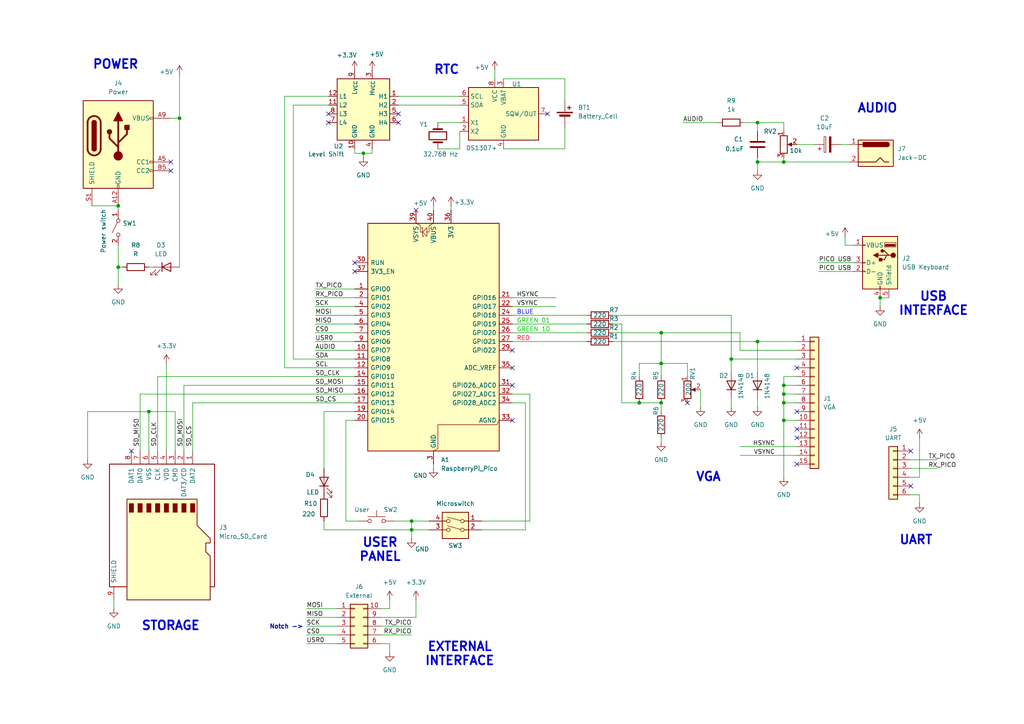
<source format=kicad_sch>
(kicad_sch (version 20250114) (generator "eeschema") (generator_version "9.0")
  (paper "A4")
  (lib_symbols
    (symbol "Connector:Jack-DC" (pin_names (offset 1.016))
      (property "Reference" "J" (at 0 5.334 0))
      (property "Value" "Jack-DC" (at 0 -5.08 0))
      (symbol "Jack-DC_1_1"
        (pin passive line (at 7.62 2.54 180) (length 2.54) (name "~") (number "1"))
        (pin passive line (at 7.62 -2.54 180) (length 2.54) (name "~") (number "2"))
      )
    )
    (symbol "Connector:Micro_SD_Card" (pin_names (offset 1.016))
      (property "Reference" "J" (at -16.51 15.24 0))
      (property "Value" "Micro_SD_Card" (at 16.51 15.24 0))
      (symbol "Micro_SD_Card_1_1"
        (pin bidirectional line (at -22.86 7.62 0) (length 3.81) (name "DAT2") (number "1"))
        (pin bidirectional line (at -22.86 5.08 0) (length 3.81) (name "DAT3/CD") (number "2"))
        (pin input line (at -22.86 2.54 0) (length 3.81) (name "CMD") (number "3"))
        (pin power_in line (at -22.86 0 0) (length 3.81) (name "VDD") (number "4"))
        (pin input line (at -22.86 -2.54 0) (length 3.81) (name "CLK") (number "5"))
        (pin power_in line (at -22.86 -5.08 0) (length 3.81) (name "VSS") (number "6"))
        (pin bidirectional line (at -22.86 -7.62 0) (length 3.81) (name "DAT0") (number "7"))
        (pin bidirectional line (at -22.86 -10.16 0) (length 3.81) (name "DAT1") (number "8"))
        (pin passive line (at 20.32 -15.24 180) (length 3.81) (name "SHIELD") (number "9"))
      )
    )
    (symbol "Connector:USB_A" (pin_names (offset 1.016))
      (property "Reference" "J" (at -5.08 11.43 0))
      (property "Value" "USB_A" (at -5.08 8.89 0))
      (symbol "USB_A_1_1"
        (pin passive line (at -2.54 -10.16 90) (length 2.54) (name "Shield") (number "5"))
        (pin power_in line (at 0 -10.16 90) (length 2.54) (name "GND") (number "4"))
        (pin power_in line (at 7.62 5.08 180) (length 2.54) (name "VBUS") (number "1"))
        (pin bidirectional line (at 7.62 0 180) (length 2.54) (name "D+") (number "3"))
        (pin bidirectional line (at 7.62 -2.54 180) (length 2.54) (name "D-") (number "2"))
      )
    )
    (symbol "Connector:USB_C_Receptacle_PowerOnly_6P" (pin_names (offset 1.016))
      (property "Reference" "J" (at 0 16.51 0))
      (property "Value" "USB_C_Receptacle_PowerOnly_6P" (at 0 13.97 0))
      (symbol "USB_C_Receptacle_PowerOnly_6P_1_1"
        (pin passive line (at -7.62 -17.78 90) (length 5.08) (name "SHIELD") (number "S1"))
        (pin passive line (at 0 -17.78 90) (length 5.08) (name "GND") (number "A12"))
        (pin passive line (at 0 -17.78 90) (length 5.08) (hide yes) (name "GND") (number "B12"))
        (pin passive line (at 15.24 7.62 180) (length 5.08) (name "VBUS") (number "A9"))
        (pin passive line (at 15.24 7.62 180) (length 5.08) (hide yes) (name "VBUS") (number "B9"))
        (pin bidirectional line (at 15.24 -5.08 180) (length 5.08) (name "CC1") (number "A5"))
        (pin bidirectional line (at 15.24 -7.62 180) (length 5.08) (name "CC2") (number "B5"))
      )
    )
    (symbol "Connector_Generic:Conn_01x06" (pin_names (offset 1.016) (hide yes))
      (property "Reference" "J" (at 0 7.62 0))
      (property "Value" "Conn_01x06" (at 0 -10.16 0))
      (symbol "Conn_01x06_1_1"
        (pin passive line (at -5.08 5.08 0) (length 3.81) (name "Pin_1") (number "1"))
        (pin passive line (at -5.08 2.54 0) (length 3.81) (name "Pin_2") (number "2"))
        (pin passive line (at -5.08 0 0) (length 3.81) (name "Pin_3") (number "3"))
        (pin passive line (at -5.08 -2.54 0) (length 3.81) (name "Pin_4") (number "4"))
        (pin passive line (at -5.08 -5.08 0) (length 3.81) (name "Pin_5") (number "5"))
        (pin passive line (at -5.08 -7.62 0) (length 3.81) (name "Pin_6") (number "6"))
      )
    )
    (symbol "Connector_Generic:Conn_01x15" (pin_names (offset 1.016) (hide yes))
      (property "Reference" "J" (at 0 20.32 0))
      (property "Value" "Conn_01x15" (at 0 -20.32 0))
      (symbol "Conn_01x15_1_1"
        (pin passive line (at -5.08 17.78 0) (length 3.81) (name "Pin_1") (number "1"))
        (pin passive line (at -5.08 15.24 0) (length 3.81) (name "Pin_2") (number "2"))
        (pin passive line (at -5.08 12.7 0) (length 3.81) (name "Pin_3") (number "3"))
        (pin passive line (at -5.08 10.16 0) (length 3.81) (name "Pin_4") (number "4"))
        (pin passive line (at -5.08 7.62 0) (length 3.81) (name "Pin_5") (number "5"))
        (pin passive line (at -5.08 5.08 0) (length 3.81) (name "Pin_6") (number "6"))
        (pin passive line (at -5.08 2.54 0) (length 3.81) (name "Pin_7") (number "7"))
        (pin passive line (at -5.08 0 0) (length 3.81) (name "Pin_8") (number "8"))
        (pin passive line (at -5.08 -2.54 0) (length 3.81) (name "Pin_9") (number "9"))
        (pin passive line (at -5.08 -5.08 0) (length 3.81) (name "Pin_10") (number "10"))
        (pin passive line (at -5.08 -7.62 0) (length 3.81) (name "Pin_11") (number "11"))
        (pin passive line (at -5.08 -10.16 0) (length 3.81) (name "Pin_12") (number "12"))
        (pin passive line (at -5.08 -12.7 0) (length 3.81) (name "Pin_13") (number "13"))
        (pin passive line (at -5.08 -15.24 0) (length 3.81) (name "Pin_14") (number "14"))
        (pin passive line (at -5.08 -17.78 0) (length 3.81) (name "Pin_15") (number "15"))
      )
    )
    (symbol "Connector_Generic:Conn_02x05_Counter_Clockwise" (pin_names (offset 1.016) (hide yes))
      (property "Reference" "J" (at 1.27 7.62 0))
      (property "Value" "Conn_02x05_Counter_Clockwise" (at 1.27 -7.62 0))
      (symbol "Conn_02x05_Counter_Clockwise_1_1"
        (pin passive line (at -5.08 5.08 0) (length 3.81) (name "Pin_1") (number "1"))
        (pin passive line (at -5.08 2.54 0) (length 3.81) (name "Pin_2") (number "2"))
        (pin passive line (at -5.08 0 0) (length 3.81) (name "Pin_3") (number "3"))
        (pin passive line (at -5.08 -2.54 0) (length 3.81) (name "Pin_4") (number "4"))
        (pin passive line (at -5.08 -5.08 0) (length 3.81) (name "Pin_5") (number "5"))
        (pin passive line (at 7.62 5.08 180) (length 3.81) (name "Pin_10") (number "10"))
        (pin passive line (at 7.62 2.54 180) (length 3.81) (name "Pin_9") (number "9"))
        (pin passive line (at 7.62 0 180) (length 3.81) (name "Pin_8") (number "8"))
        (pin passive line (at 7.62 -2.54 180) (length 3.81) (name "Pin_7") (number "7"))
        (pin passive line (at 7.62 -5.08 180) (length 3.81) (name "Pin_6") (number "6"))
      )
    )
    (symbol "Device:Battery_Cell" (pin_numbers (hide yes)) (pin_names (offset 0) (hide yes))
      (property "Reference" "BT" (at 2.54 2.54 0))
      (property "Value" "Battery_Cell" (at 2.54 0 0))
      (symbol "Battery_Cell_1_1"
        (pin passive line (at 0 5.08 270) (length 2.54) (name "+") (number "1"))
        (pin passive line (at 0 -2.54 90) (length 2.54) (name "-") (number "2"))
      )
    )
    (symbol "Device:C" (pin_numbers (hide yes)) (pin_names (offset 0.254))
      (property "Reference" "C" (at 0.635 2.54 0))
      (property "Value" "C" (at 0.635 -2.54 0))
      (symbol "C_1_1"
        (pin passive line (at 0 3.81 270) (length 2.794) (name "~") (number "1"))
        (pin passive line (at 0 -3.81 90) (length 2.794) (name "~") (number "2"))
      )
    )
    (symbol "Device:C_Polarized" (pin_numbers (hide yes)) (pin_names (offset 0.254))
      (property "Reference" "C" (at 0.635 2.54 0))
      (property "Value" "C_Polarized" (at 0.635 -2.54 0))
      (symbol "C_Polarized_1_1"
        (pin passive line (at 0 3.81 270) (length 2.794) (name "~") (number "1"))
        (pin passive line (at 0 -3.81 90) (length 2.794) (name "~") (number "2"))
      )
    )
    (symbol "Device:Crystal" (pin_numbers (hide yes)) (pin_names (offset 1.016) (hide yes))
      (property "Reference" "Y" (at 0 3.81 0))
      (property "Value" "Crystal" (at 0 -3.81 0))
      (symbol "Crystal_1_1"
        (pin passive line (at -3.81 0 0) (length 1.27) (name "1") (number "1"))
        (pin passive line (at 3.81 0 180) (length 1.27) (name "2") (number "2"))
      )
    )
    (symbol "Device:LED" (pin_numbers (hide yes)) (pin_names (offset 1.016) (hide yes))
      (property "Reference" "D" (at 0 2.54 0))
      (property "Value" "LED" (at 0 -2.54 0))
      (symbol "LED_1_1"
        (pin passive line (at -3.81 0 0) (length 2.54) (name "K") (number "1"))
        (pin passive line (at 3.81 0 180) (length 2.54) (name "A") (number "2"))
      )
    )
    (symbol "Device:R" (pin_numbers (hide yes)) (pin_names (offset 0))
      (property "Reference" "R" (at 2.032 0 90))
      (property "Value" "R" (at 0 0 90))
      (symbol "R_1_1"
        (pin passive line (at 0 3.81 270) (length 1.27) (name "~") (number "1"))
        (pin passive line (at 0 -3.81 90) (length 1.27) (name "~") (number "2"))
      )
    )
    (symbol "Device:R_Potentiometer" (pin_names (offset 1.016) (hide yes))
      (property "Reference" "RV" (at -4.445 0 90))
      (property "Value" "R_Potentiometer" (at -2.54 0 90))
      (symbol "R_Potentiometer_1_1"
        (pin passive line (at 0 3.81 270) (length 1.27) (name "1") (number "1"))
        (pin passive line (at 0 -3.81 90) (length 1.27) (name "3") (number "3"))
        (pin passive line (at 3.81 0 180) (length 1.27) (name "2") (number "2"))
      )
    )
    (symbol "Diode:1N4148" (pin_numbers (hide yes)) (pin_names (hide yes))
      (property "Reference" "D" (at 0 2.54 0))
      (property "Value" "1N4148" (at 0 -2.54 0))
      (symbol "1N4148_1_1"
        (pin passive line (at -3.81 0 0) (length 2.54) (name "K") (number "1"))
        (pin passive line (at 3.81 0 180) (length 2.54) (name "A") (number "2"))
      )
    )
    (symbol "Logic_LevelTranslator:TXS0104ED"
      (property "Reference" "U2" (at 2.1433 -12.7 0))
      (property "Value" "Level Shift" (at 2.1433 -15.24 0))
      (symbol "TXS0104ED_1_0"
        (pin no_connect line (at -7.62 -7.62 0) (length 2.54) (hide yes) (name "NC") (number "6"))
        (pin no_connect line (at 7.62 -7.62 180) (length 2.54) (hide yes) (name "NC") (number "9"))
      )
      (symbol "TXS0104ED_1_1"
        (pin bidirectional line (at -10.16 2.54 0) (length 2.54) (name "H1") (number "1"))
        (pin bidirectional line (at -10.16 0 0) (length 2.54) (name "H2") (number "2"))
        (pin bidirectional line (at -10.16 -2.54 0) (length 2.54) (name "H3") (number "5"))
        (pin bidirectional line (at -10.16 -5.08 0) (length 2.54) (name "H4") (number "6"))
        (pin power_in line (at -2.54 10.16 270) (length 2.54) (name "H_{VCC}") (number "3"))
        (pin power_in line (at -2.54 -12.7 90) (length 2.54) (name "GND") (number "4"))
        (pin power_in line (at 2.54 10.16 270) (length 2.54) (name "L_{VCC}") (number "9"))
        (pin power_in line (at 2.54 -12.7 90) (length 2.54) (name "GND") (number "10"))
        (pin bidirectional line (at 10.16 2.54 180) (length 2.54) (name "L1") (number "12"))
        (pin bidirectional line (at 10.16 0 180) (length 2.54) (name "L2") (number "11"))
        (pin bidirectional line (at 10.16 -2.54 180) (length 2.54) (name "L3") (number "8"))
        (pin bidirectional line (at 10.16 -5.08 180) (length 2.54) (name "L4") (number "7"))
      )
    )
    (symbol "MCU_Module:RaspberryPi_Pico" (pin_names (offset 0.762))
      (property "Reference" "A" (at -19.05 35.56 0))
      (property "Value" "RaspberryPi_Pico" (at 7.62 35.56 0))
      (symbol "RaspberryPi_Pico_1_1"
        (pin passive line (at -22.86 22.86 0) (length 3.81) (name "RUN") (number "30"))
        (pin passive line (at -22.86 20.32 0) (length 3.81) (name "3V3_EN") (number "37"))
        (pin bidirectional line (at -22.86 15.24 0) (length 3.81) (name "GPIO0") (number "1"))
        (pin bidirectional line (at -22.86 12.7 0) (length 3.81) (name "GPIO1") (number "2"))
        (pin bidirectional line (at -22.86 10.16 0) (length 3.81) (name "GPIO2") (number "4"))
        (pin bidirectional line (at -22.86 7.62 0) (length 3.81) (name "GPIO3") (number "5"))
        (pin bidirectional line (at -22.86 5.08 0) (length 3.81) (name "GPIO4") (number "6"))
        (pin bidirectional line (at -22.86 2.54 0) (length 3.81) (name "GPIO5") (number "7"))
        (pin bidirectional line (at -22.86 0 0) (length 3.81) (name "GPIO6") (number "9"))
        (pin bidirectional line (at -22.86 -2.54 0) (length 3.81) (name "GPIO7") (number "10"))
        (pin bidirectional line (at -22.86 -5.08 0) (length 3.81) (name "GPIO8") (number "11"))
        (pin bidirectional line (at -22.86 -7.62 0) (length 3.81) (name "GPIO9") (number "12"))
        (pin bidirectional line (at -22.86 -10.16 0) (length 3.81) (name "GPIO10") (number "14"))
        (pin bidirectional line (at -22.86 -12.7 0) (length 3.81) (name "GPIO11") (number "15"))
        (pin bidirectional line (at -22.86 -15.24 0) (length 3.81) (name "GPIO12") (number "16"))
        (pin bidirectional line (at -22.86 -17.78 0) (length 3.81) (name "GPIO13") (number "17"))
        (pin bidirectional line (at -22.86 -20.32 0) (length 3.81) (name "GPIO14") (number "19"))
        (pin bidirectional line (at -22.86 -22.86 0) (length 3.81) (name "GPIO15") (number "20"))
        (pin power_in line (at -5.08 38.1 270) (length 3.81) (name "VSYS") (number "39"))
        (pin power_out line (at 0 38.1 270) (length 3.81) (name "VBUS") (number "40"))
        (pin passive line (at 0 -35.56 90) (length 3.81) (hide yes) (name "GND") (number "13"))
        (pin passive line (at 0 -35.56 90) (length 3.81) (hide yes) (name "GND") (number "18"))
        (pin passive line (at 0 -35.56 90) (length 3.81) (hide yes) (name "GND") (number "23"))
        (pin passive line (at 0 -35.56 90) (length 3.81) (hide yes) (name "GND") (number "28"))
        (pin power_out line (at 0 -35.56 90) (length 3.81) (name "GND") (number "3"))
        (pin passive line (at 0 -35.56 90) (length 3.81) (hide yes) (name "GND") (number "38"))
        (pin passive line (at 0 -35.56 90) (length 3.81) (hide yes) (name "GND") (number "8"))
        (pin power_out line (at 5.08 38.1 270) (length 3.81) (name "3V3") (number "36"))
        (pin bidirectional line (at 22.86 12.7 180) (length 3.81) (name "GPIO16") (number "21"))
        (pin bidirectional line (at 22.86 10.16 180) (length 3.81) (name "GPIO17") (number "22"))
        (pin bidirectional line (at 22.86 7.62 180) (length 3.81) (name "GPIO18") (number "24"))
        (pin bidirectional line (at 22.86 5.08 180) (length 3.81) (name "GPIO19") (number "25"))
        (pin bidirectional line (at 22.86 2.54 180) (length 3.81) (name "GPIO20") (number "26"))
        (pin bidirectional line (at 22.86 0 180) (length 3.81) (name "GPIO21") (number "27"))
        (pin bidirectional line (at 22.86 -2.54 180) (length 3.81) (name "GPIO22") (number "29"))
        (pin power_in line (at 22.86 -7.62 180) (length 3.81) (name "ADC_VREF") (number "35"))
        (pin bidirectional line (at 22.86 -12.7 180) (length 3.81) (name "GPIO26_ADC0") (number "31"))
        (pin bidirectional line (at 22.86 -15.24 180) (length 3.81) (name "GPIO27_ADC1") (number "32"))
        (pin bidirectional line (at 22.86 -17.78 180) (length 3.81) (name "GPIO28_ADC2") (number "34"))
        (pin power_out line (at 22.86 -22.86 180) (length 3.81) (name "AGND") (number "33"))
      )
    )
    (symbol "Switch:SW_DIP_x02" (pin_names (offset 0) (hide yes))
      (property "Reference" "SW" (at 0 6.35 0))
      (property "Value" "SW_DIP_x02" (at 0 -3.81 0))
      (symbol "SW_DIP_x02_1_1"
        (pin passive line (at -7.62 2.54 0) (length 5.08) (name "~") (number "1"))
        (pin passive line (at -7.62 0 0) (length 5.08) (name "~") (number "2"))
        (pin passive line (at 7.62 2.54 180) (length 5.08) (name "~") (number "4"))
        (pin passive line (at 7.62 0 180) (length 5.08) (name "~") (number "3"))
      )
    )
    (symbol "Switch:SW_Push" (pin_numbers (hide yes)) (pin_names (offset 1.016) (hide yes))
      (property "Reference" "SW" (at 1.27 2.54 0))
      (property "Value" "SW_Push" (at 0 -1.524 0))
      (symbol "SW_Push_0_1"
        (pin passive line (at -5.08 0 0) (length 2.54) (name "1") (number "1"))
        (pin passive line (at 5.08 0 180) (length 2.54) (name "2") (number "2"))
      )
    )
    (symbol "Switch:SW_SPST" (pin_names (offset 0) (hide yes))
      (property "Reference" "SW" (at 0 3.175 0))
      (property "Value" "SW_SPST" (at 0 -2.54 0))
      (symbol "SW_SPST_1_1"
        (pin passive line (at -5.08 0 0) (length 2.54) (name "A") (number "1"))
        (pin passive line (at 5.08 0 180) (length 2.54) (name "B") (number "2"))
      )
    )
    (symbol "Timer_RTC:DS1307+"
      (property "Reference" "U" (at -8.89 8.89 0))
      (property "Value" "DS1307+" (at 1.27 8.89 0))
      (symbol "DS1307+_1_1"
        (pin input line (at -12.7 5.08 0) (length 2.54) (name "SCL") (number "6"))
        (pin bidirectional line (at -12.7 2.54 0) (length 2.54) (name "SDA") (number "5"))
        (pin input line (at -12.7 -2.54 0) (length 2.54) (name "X1") (number "1"))
        (pin input line (at -12.7 -5.08 0) (length 2.54) (name "X2") (number "2"))
        (pin power_in line (at -2.54 10.16 270) (length 2.54) (name "VCC") (number "8"))
        (pin power_in line (at 0 10.16 270) (length 2.54) (name "VBAT") (number "3"))
        (pin power_in line (at 0 -10.16 90) (length 2.54) (name "GND") (number "4"))
        (pin open_collector line (at 12.7 0 180) (length 2.54) (name "SQW/OUT") (number "7"))
      )
    )
    (symbol "power:+3.3V" (power) (pin_numbers (hide yes)) (pin_names (offset 0) (hide yes))
      (property "Value" "+3.3V" (at 0 3.556 0))
      (symbol "+3.3V_1_1"
        (pin power_in line (at 0 0 90) (length 0) (name "~") (number "1"))
      )
    )
    (symbol "power:+5V" (power) (pin_numbers (hide yes)) (pin_names (offset 0) (hide yes))
      (property "Value" "+5V" (at 0 3.556 0))
      (symbol "+5V_1_1"
        (pin power_in line (at 0 0 90) (length 0) (name "~") (number "1"))
      )
    )
    (symbol "power:GND" (power) (pin_numbers (hide yes)) (pin_names (offset 0) (hide yes))
      (property "Value" "GND" (at 0 -3.81 0))
      (symbol "GND_1_1"
        (pin power_in line (at 0 0 270) (length 0) (name "~") (number "1"))
      )
    )
  )
  (text "UART" (at 265.684 156.718 0) (effects (font (size 2.54 2.54) (thickness 0.508) (bold yes))))
  (text "USB\nINTERFACE" (at 270.764 88.138 0) (effects (font (size 2.54 2.54) (thickness 0.508) (bold yes))))
  (text "STORAGE" (at 49.53 181.61 0) (effects (font (size 2.54 2.54) (thickness 0.508) (bold yes))))
  (text "VGA" (at 205.486 138.43 0) (effects (font (size 2.54 2.54) (thickness 0.508) (bold yes))))
  (text "POWER" (at 33.528 18.796 0) (effects (font (size 2.54 2.54) (thickness 0.508) (bold yes))))
  (text "EXTERNAL\nINTERFACE" (at 133.35 189.738 0) (effects (font (size 2.54 2.54) (thickness 0.508) (bold yes))))
  (text "AUDIO" (at 254.508 31.496 0) (effects (font (size 2.54 2.54) (thickness 0.508) (bold yes))))
  (text "USER\nPANEL" (at 110.236 159.512 0) (effects (font (size 2.54 2.54) (thickness 0.508) (bold yes))))
  (text "Notch ->" (at 83.058 181.864 0) (effects (font (size 1.27 1.27) (thickness 0.254) (bold yes))))
  (text "RTC" (at 129.54 20.32 0) (effects (font (size 2.54 2.54) (thickness 0.508) (bold yes))))
  (junction (at 119.38 153.67))
  (junction (at 185.42 116.84))
  (junction (at 227.33 121.92))
  (junction (at 227.33 114.3))
  (junction (at 43.18 119.38))
  (junction (at 227.33 46.99))
  (junction (at 52.07 34.29))
  (junction (at 227.33 116.84))
  (junction (at 212.09 104.14))
  (junction (at 191.77 105.41))
  (junction (at 227.33 111.76))
  (junction (at 105.41 44.45))
  (junction (at 34.29 59.69))
  (junction (at 219.71 99.06))
  (junction (at 191.77 96.52))
  (junction (at 255.27 86.36))
  (junction (at 34.29 77.47))
  (junction (at 191.77 116.84))
  (junction (at 219.71 46.99))
  (junction (at 119.38 151.13))
  (junction (at 219.71 35.56))
  (no_connect (at 120.65 60.96))
  (no_connect (at 148.59 101.6))
  (no_connect (at 231.14 134.62))
  (no_connect (at 148.59 121.92))
  (no_connect (at 102.87 76.2))
  (no_connect (at 264.16 130.81))
  (no_connect (at 38.1 130.81))
  (no_connect (at 231.14 127))
  (no_connect (at 115.57 33.02))
  (no_connect (at 264.16 140.97))
  (no_connect (at 199.39 116.84))
  (no_connect (at 231.14 106.68))
  (no_connect (at 231.14 119.38))
  (no_connect (at 95.25 35.56))
  (no_connect (at 148.59 106.68))
  (no_connect (at 148.59 111.76))
  (no_connect (at 231.14 124.46))
  (no_connect (at 49.53 46.99))
  (no_connect (at 49.53 49.53))
  (no_connect (at 102.87 78.74))
  (no_connect (at 95.25 33.02))
  (no_connect (at 158.75 33.02))
  (no_connect (at 115.57 35.56))
  (wire (pts (xy 120.65 173.99) (xy 120.65 179.07)))
  (wire (pts (xy 191.77 105.41) (xy 191.77 109.22)))
  (wire (pts (xy 120.65 179.07) (xy 110.49 179.07)))
  (wire (pts (xy 102.87 111.76) (xy 53.34 111.76)))
  (wire (pts (xy 177.8 91.44) (xy 212.09 91.44)))
  (wire (pts (xy 191.77 116.84) (xy 191.77 119.38)))
  (wire (pts (xy 191.77 127) (xy 191.77 128.27)))
  (wire (pts (xy 34.29 77.47) (xy 34.29 82.55)))
  (wire (pts (xy 152.4 116.84) (xy 152.4 153.67)))
  (wire (pts (xy 237.49 76.2) (xy 247.65 76.2)))
  (wire (pts (xy 143.51 20.32) (xy 143.51 22.86)))
  (wire (pts (xy 102.87 106.68) (xy 82.55 106.68)))
  (wire (pts (xy 33.02 173.99) (xy 33.02 176.53)))
  (wire (pts (xy 48.26 105.41) (xy 48.26 130.81)))
  (wire (pts (xy 191.77 96.52) (xy 214.63 96.52)))
  (wire (pts (xy 219.71 115.57) (xy 219.71 118.11)))
  (wire (pts (xy 148.59 86.36) (xy 161.29 86.36)))
  (wire (pts (xy 105.41 44.45) (xy 107.95 44.45)))
  (wire (pts (xy 52.07 34.29) (xy 49.53 34.29)))
  (wire (pts (xy 119.38 153.67) (xy 119.38 156.21)))
  (wire (pts (xy 91.44 91.44) (xy 102.87 91.44)))
  (wire (pts (xy 91.44 83.82) (xy 102.87 83.82)))
  (wire (pts (xy 133.35 38.1) (xy 133.35 43.18)))
  (wire (pts (xy 245.11 68.58) (xy 245.11 71.12)))
  (wire (pts (xy 219.71 46.99) (xy 219.71 49.53)))
  (wire (pts (xy 113.03 176.53) (xy 110.49 176.53)))
  (wire (pts (xy 91.44 101.6) (xy 102.87 101.6)))
  (wire (pts (xy 91.44 88.9) (xy 102.87 88.9)))
  (wire (pts (xy 88.9 179.07) (xy 97.79 179.07)))
  (wire (pts (xy 100.33 121.92) (xy 102.87 121.92)))
  (wire (pts (xy 93.98 119.38) (xy 102.87 119.38)))
  (wire (pts (xy 146.05 22.86) (xy 163.83 22.86)))
  (wire (pts (xy 114.3 151.13) (xy 119.38 151.13)))
  (wire (pts (xy 88.9 176.53) (xy 97.79 176.53)))
  (wire (pts (xy 146.05 43.18) (xy 163.83 43.18)))
  (wire (pts (xy 40.64 114.3) (xy 40.64 130.81)))
  (wire (pts (xy 219.71 99.06) (xy 219.71 107.95)))
  (wire (pts (xy 107.95 44.45) (xy 107.95 43.18)))
  (wire (pts (xy 85.09 30.48) (xy 95.25 30.48)))
  (wire (pts (xy 91.44 96.52) (xy 102.87 96.52)))
  (wire (pts (xy 153.67 114.3) (xy 153.67 151.13)))
  (wire (pts (xy 115.57 27.94) (xy 133.35 27.94)))
  (wire (pts (xy 52.07 21.59) (xy 52.07 34.29)))
  (wire (pts (xy 177.8 99.06) (xy 219.71 99.06)))
  (wire (pts (xy 148.59 116.84) (xy 152.4 116.84)))
  (wire (pts (xy 227.33 116.84) (xy 227.33 121.92)))
  (wire (pts (xy 255.27 86.36) (xy 255.27 88.9)))
  (wire (pts (xy 115.57 30.48) (xy 133.35 30.48)))
  (wire (pts (xy 180.34 116.84) (xy 185.42 116.84)))
  (wire (pts (xy 148.59 99.06) (xy 170.18 99.06)))
  (wire (pts (xy 214.63 101.6) (xy 231.14 101.6)))
  (wire (pts (xy 212.09 91.44) (xy 212.09 104.14)))
  (wire (pts (xy 219.71 45.72) (xy 219.71 46.99)))
  (wire (pts (xy 227.33 116.84) (xy 231.14 116.84)))
  (wire (pts (xy 227.33 45.72) (xy 227.33 46.99)))
  (wire (pts (xy 119.38 153.67) (xy 124.46 153.67)))
  (wire (pts (xy 105.41 45.72) (xy 105.41 44.45)))
  (wire (pts (xy 113.03 189.23) (xy 113.03 186.69)))
  (wire (pts (xy 177.8 93.98) (xy 180.34 93.98)))
  (wire (pts (xy 43.18 119.38) (xy 25.4 119.38)))
  (wire (pts (xy 91.44 86.36) (xy 102.87 86.36)))
  (wire (pts (xy 227.33 109.22) (xy 227.33 111.76)))
  (wire (pts (xy 100.33 121.92) (xy 100.33 151.13)))
  (wire (pts (xy 153.67 151.13) (xy 139.7 151.13)))
  (wire (pts (xy 43.18 77.47) (xy 44.45 77.47)))
  (wire (pts (xy 93.98 153.67) (xy 119.38 153.67)))
  (wire (pts (xy 191.77 96.52) (xy 191.77 105.41)))
  (wire (pts (xy 212.09 104.14) (xy 212.09 107.95)))
  (wire (pts (xy 82.55 106.68) (xy 82.55 27.94)))
  (wire (pts (xy 88.9 181.61) (xy 97.79 181.61)))
  (wire (pts (xy 100.33 151.13) (xy 104.14 151.13)))
  (wire (pts (xy 113.03 173.99) (xy 113.03 176.53)))
  (wire (pts (xy 91.44 99.06) (xy 102.87 99.06)))
  (wire (pts (xy 266.7 127) (xy 266.7 138.43)))
  (wire (pts (xy 119.38 151.13) (xy 124.46 151.13)))
  (wire (pts (xy 148.59 96.52) (xy 170.18 96.52)))
  (wire (pts (xy 185.42 116.84) (xy 191.77 116.84)))
  (wire (pts (xy 227.33 121.92) (xy 227.33 138.43)))
  (wire (pts (xy 113.03 186.69) (xy 110.49 186.69)))
  (wire (pts (xy 119.38 181.61) (xy 110.49 181.61)))
  (wire (pts (xy 102.87 109.22) (xy 45.72 109.22)))
  (wire (pts (xy 219.71 99.06) (xy 231.14 99.06)))
  (wire (pts (xy 243.84 41.91) (xy 246.38 41.91)))
  (wire (pts (xy 91.44 93.98) (xy 102.87 93.98)))
  (wire (pts (xy 50.8 130.81) (xy 50.8 119.38)))
  (wire (pts (xy 227.33 46.99) (xy 246.38 46.99)))
  (wire (pts (xy 266.7 146.05) (xy 266.7 143.51)))
  (wire (pts (xy 82.55 27.94) (xy 95.25 27.94)))
  (wire (pts (xy 245.11 71.12) (xy 247.65 71.12)))
  (wire (pts (xy 45.72 109.22) (xy 45.72 130.81)))
  (wire (pts (xy 52.07 34.29) (xy 52.07 77.47)))
  (wire (pts (xy 85.09 104.14) (xy 85.09 30.48)))
  (wire (pts (xy 227.33 35.56) (xy 227.33 38.1)))
  (wire (pts (xy 185.42 105.41) (xy 185.42 109.22)))
  (wire (pts (xy 125.73 59.69) (xy 125.73 60.96)))
  (wire (pts (xy 227.33 111.76) (xy 231.14 111.76)))
  (wire (pts (xy 88.9 186.69) (xy 97.79 186.69)))
  (wire (pts (xy 102.87 116.84) (xy 55.88 116.84)))
  (wire (pts (xy 219.71 35.56) (xy 227.33 35.56)))
  (wire (pts (xy 266.7 143.51) (xy 264.16 143.51)))
  (wire (pts (xy 102.87 104.14) (xy 85.09 104.14)))
  (wire (pts (xy 219.71 46.99) (xy 227.33 46.99)))
  (wire (pts (xy 177.8 96.52) (xy 191.77 96.52)))
  (wire (pts (xy 214.63 132.08) (xy 231.14 132.08)))
  (wire (pts (xy 231.14 109.22) (xy 227.33 109.22)))
  (wire (pts (xy 231.14 41.91) (xy 236.22 41.91)))
  (wire (pts (xy 102.87 44.45) (xy 102.87 43.18)))
  (wire (pts (xy 148.59 88.9) (xy 161.29 88.9)))
  (wire (pts (xy 148.59 93.98) (xy 170.18 93.98)))
  (wire (pts (xy 148.59 91.44) (xy 170.18 91.44)))
  (wire (pts (xy 180.34 93.98) (xy 180.34 116.84)))
  (wire (pts (xy 119.38 151.13) (xy 119.38 153.67)))
  (wire (pts (xy 185.42 105.41) (xy 191.77 105.41)))
  (wire (pts (xy 212.09 115.57) (xy 212.09 118.11)))
  (wire (pts (xy 219.71 35.56) (xy 219.71 38.1)))
  (wire (pts (xy 133.35 43.18) (xy 127 43.18)))
  (wire (pts (xy 88.9 184.15) (xy 97.79 184.15)))
  (wire (pts (xy 212.09 104.14) (xy 231.14 104.14)))
  (wire (pts (xy 102.87 114.3) (xy 40.64 114.3)))
  (wire (pts (xy 130.81 59.69) (xy 130.81 60.96)))
  (wire (pts (xy 25.4 119.38) (xy 25.4 133.35)))
  (wire (pts (xy 163.83 22.86) (xy 163.83 29.21)))
  (wire (pts (xy 203.2 118.11) (xy 203.2 113.03)))
  (wire (pts (xy 152.4 153.67) (xy 139.7 153.67)))
  (wire (pts (xy 125.73 134.62) (xy 125.73 135.89)))
  (wire (pts (xy 93.98 151.13) (xy 93.98 153.67)))
  (wire (pts (xy 105.41 44.45) (xy 102.87 44.45)))
  (wire (pts (xy 55.88 116.84) (xy 55.88 130.81)))
  (wire (pts (xy 43.18 130.81) (xy 43.18 119.38)))
  (wire (pts (xy 198.12 35.56) (xy 208.28 35.56)))
  (wire (pts (xy 34.29 59.69) (xy 34.29 60.96)))
  (wire (pts (xy 227.33 114.3) (xy 227.33 116.84)))
  (wire (pts (xy 264.16 133.35) (xy 271.78 133.35)))
  (wire (pts (xy 227.33 121.92) (xy 231.14 121.92)))
  (wire (pts (xy 50.8 119.38) (xy 43.18 119.38)))
  (wire (pts (xy 237.49 78.74) (xy 247.65 78.74)))
  (wire (pts (xy 264.16 135.89) (xy 271.78 135.89)))
  (wire (pts (xy 127 35.56) (xy 133.35 35.56)))
  (wire (pts (xy 191.77 105.41) (xy 199.39 105.41)))
  (wire (pts (xy 163.83 43.18) (xy 163.83 36.83)))
  (wire (pts (xy 119.38 184.15) (xy 110.49 184.15)))
  (wire (pts (xy 53.34 111.76) (xy 53.34 130.81)))
  (wire (pts (xy 26.67 59.69) (xy 34.29 59.69)))
  (wire (pts (xy 227.33 111.76) (xy 227.33 114.3)))
  (wire (pts (xy 255.27 86.36) (xy 257.81 86.36)))
  (wire (pts (xy 214.63 96.52) (xy 214.63 101.6)))
  (wire (pts (xy 148.59 114.3) (xy 153.67 114.3)))
  (wire (pts (xy 34.29 71.12) (xy 34.29 77.47)))
  (wire (pts (xy 214.63 129.54) (xy 231.14 129.54)))
  (wire (pts (xy 199.39 105.41) (xy 199.39 109.22)))
  (wire (pts (xy 266.7 138.43) (xy 264.16 138.43)))
  (wire (pts (xy 215.9 35.56) (xy 219.71 35.56)))
  (wire (pts (xy 227.33 114.3) (xy 231.14 114.3)))
  (wire (pts (xy 34.29 77.47) (xy 35.56 77.47)))
  (wire (pts (xy 93.98 135.89) (xy 93.98 119.38)))
  (label "SD_CS" (at 55.88 129.54 90))
  (label "SD_MISO" (at 40.64 129.54 90))
  (label "PICO USB" (at 237.49 78.74 0))
  (label "RX_PICO" (at 269.24 135.89 0))
  (label "SD_CLK" (at 91.44 109.22 0))
  (label "SD_MOSI" (at 91.44 111.76 0))
  (label "USR0" (at 91.44 99.06 0))
  (label "MISO" (at 91.44 93.98 0))
  (label "HSYNC" (at 149.86 86.36 0))
  (label "RX_PICO" (at 119.38 184.15 180))
  (label "TX_PICO" (at 91.44 83.82 0))
  (label "TX_PICO" (at 269.24 133.35 0))
  (label "SD_CLK" (at 45.72 129.54 90))
  (label "BLUE" (at 149.86 91.44 0))
  (label "MISO" (at 88.9 179.07 0))
  (label "SD_MISO" (at 91.44 114.3 0))
  (label "SCK" (at 91.44 88.9 0))
  (label "GREEN 10" (at 149.86 96.52 0))
  (label "MOSI" (at 91.44 91.44 0))
  (label "GREEN 01" (at 149.86 93.98 0))
  (label "USR0" (at 88.9 186.69 0))
  (label "SD_CS" (at 91.44 116.84 0))
  (label "SCK" (at 88.9 181.61 0))
  (label "RED" (at 149.86 99.06 0))
  (label "CS0" (at 91.44 96.52 0))
  (label "VSYNC" (at 149.86 88.9 0))
  (label "SD_MOSI" (at 53.34 129.54 90))
  (label "HSYNC" (at 224.79 129.54 180))
  (label "VSYNC" (at 224.79 132.08 180))
  (label "TX_PICO" (at 119.38 181.61 180))
  (label "PICO USB" (at 237.49 76.2 0))
  (label "CS0" (at 88.9 184.15 0))
  (label "RX_PICO" (at 91.44 86.36 0))
  (label "AUDIO" (at 198.12 35.56 0))
  (label "AUDIO" (at 91.44 101.6 0))
  (label "SCL" (at 91.44 106.68 0))
  (label "SDA" (at 91.44 104.14 0))
  (label "MOSI" (at 88.9 176.53 0))
  (symbol (lib_id "Device:LED") (at 48.26 77.47 0) (unit 1)
    (property "Reference" "D3" (at 46.6725 71.12 0))
    (property "Value" "LED" (at 46.6725 73.66 0))
    (property "Description" "Light emitting diode" (effects (hide yes)))
    (property "Sim.Pins" "1=K 2=A" (effects (hide yes)))
  )
  (symbol (lib_id "power:+3.3V") (at 120.65 173.99 0) (unit 1)
    (property "Reference" "#PWR021" (effects (hide yes)))
    (property "Value" "+3.3V" (at 120.65 168.91 0))
    (property "Description" "Power symbol creates a global label with name \"+3.3V\"" (effects (hide yes)))
  )
  (symbol (lib_id "Device:R") (at 173.99 96.52 90) (unit 1)
    (property "Reference" "R2" (at 178.054 94.996 90))
    (property "Value" "220" (at 173.99 96.52 90))
    (property "Description" "Resistor" (effects (hide yes)))
  )
  (symbol (lib_id "Switch:SW_SPST") (at 34.29 66.04 90) (mirror x) (unit 1)
    (property "Reference" "SW1" (at 35.56 64.7699 90) (effects (justify right)))
    (property "Value" "Power switch" (at 29.972 73.406 0) (effects (justify right)))
    (property "Description" "Single Pole Single Throw (SPST) switch" (effects (hide yes)))
  )
  (symbol (lib_id "power:GND") (at 266.7 146.05 0) (unit 1)
    (property "Reference" "#PWR015" (effects (hide yes)))
    (property "Value" "GND" (at 266.7 151.13 0))
    (property "Description" "Power symbol creates a global label with name \"GND\" , ground" (effects (hide yes)))
  )
  (symbol (lib_id "Device:R_Potentiometer") (at 227.33 41.91 0) (unit 1)
    (property "Reference" "RV2" (at 225.298 38.1 0) (effects (justify right)))
    (property "Value" "10k" (at 232.664 43.688 0) (effects (justify right)))
    (property "Description" "Potentiometer" (effects (hide yes)))
  )
  (symbol (lib_id "power:+3.3V") (at 48.26 105.41 0) (unit 1)
    (property "Reference" "#PWR010" (effects (hide yes)))
    (property "Value" "+3.3V" (at 48.26 100.33 0))
    (property "Description" "Power symbol creates a global label with name \"+3.3V\"" (effects (hide yes)))
  )
  (symbol (lib_id "Device:R") (at 39.37 77.47 90) (unit 1)
    (property "Reference" "R8" (at 39.37 71.12 90))
    (property "Value" "R" (at 39.37 73.66 90))
    (property "Description" "Resistor" (effects (hide yes)))
  )
  (symbol (lib_id "Switch:SW_Push") (at 109.22 151.13 0) (unit 1)
    (property "Reference" "SW2" (at 115.316 147.828 0) (effects (justify right)))
    (property "Value" "User" (at 107.188 147.828 0) (effects (justify right)))
    (property "Description" "Push button switch, generic, two pins" (effects (hide yes)))
  )
  (symbol (lib_id "Device:R") (at 191.77 123.19 180) (unit 1)
    (property "Reference" "R6" (at 190.246 119.126 90))
    (property "Value" "220" (at 191.77 123.19 90))
    (property "Description" "Resistor" (effects (hide yes)))
  )
  (symbol (lib_id "Device:R") (at 173.99 93.98 90) (unit 1)
    (property "Reference" "R3" (at 178.054 92.456 90))
    (property "Value" "220" (at 173.99 93.98 90))
    (property "Description" "Resistor" (effects (hide yes)))
  )
  (symbol (lib_id "Device:R") (at 191.77 113.03 180) (unit 1)
    (property "Reference" "R5" (at 190.246 108.966 90))
    (property "Value" "220" (at 191.77 113.03 90))
    (property "Description" "Resistor" (effects (hide yes)))
  )
  (symbol (lib_id "power:GND") (at 227.33 138.43 0) (unit 1)
    (property "Reference" "#PWR03" (effects (hide yes)))
    (property "Value" "GND" (at 227.33 143.51 0))
    (property "Description" "Power symbol creates a global label with name \"GND\" , ground" (effects (hide yes)))
  )
  (symbol (lib_id "Logic_LevelTranslator:TXS0104ED") (at 105.41 30.48 0) (mirror y) (unit 1)
    (property "Reference" "U2" (at 99.568 42.418 0) (effects (justify left)))
    (property "Value" "Level Shift" (at 99.822 44.704 0) (effects (justify left)))
    (property "Footprint" "Package_SO:SOIC-14_3.9x8.7mm_P1.27mm" (effects (hide yes)))
    (property "Datasheet" "www.ti.com/lit/ds/symlink/txs0104e.pdf" (effects (hide yes)))
    (property "Description" "Bidirectional  level-shifting voltage translator, SOIC-14" (effects (hide yes)))
  )
  (symbol (lib_id "power:GND") (at 203.2 118.11 0) (unit 1)
    (property "Reference" "#PWR06" (effects (hide yes)))
    (property "Value" "GND" (at 203.2 123.19 0))
    (property "Description" "Power symbol creates a global label with name \"GND\" , ground" (effects (hide yes)))
  )
  (symbol (lib_id "Timer_RTC:DS1307+") (at 146.05 33.02 0) (unit 1)
    (property "Reference" "U1" (at 149.86 24.384 0))
    (property "Value" "DS1307+" (at 139.7 42.926 0))
    (property "Footprint" "Package_DIP:DIP-8_W7.62mm" (effects (hide yes)))
    (property "Datasheet" "https://datasheets.maximintegrated.com/en/ds/DS1307.pdf" (effects (hide yes)))
    (property "Description" "64 x 8, Serial, I2C Real-time clock, 4.5V to 5.5V VCC, 0°C to +70°C, DIP-8" (effects (hide yes)))
  )
  (symbol (lib_id "power:GND") (at 125.73 135.89 0) (unit 1)
    (property "Reference" "#PWR01" (effects (hide yes)))
    (property "Value" "GND" (at 121.92 137.922 0))
    (property "Description" "Power symbol creates a global label with name \"GND\" , ground" (effects (hide yes)))
  )
  (symbol (lib_id "power:+5V") (at 266.7 127 0) (unit 1)
    (property "Reference" "#PWR014" (effects (hide yes)))
    (property "Value" "+5V" (at 266.7 121.92 0))
    (property "Description" "Power symbol creates a global label with name \"+5V\"" (effects (hide yes)))
  )
  (symbol (lib_id "Device:R") (at 173.99 91.44 90) (unit 1)
    (property "Reference" "R7" (at 178.054 89.916 90))
    (property "Value" "220" (at 173.99 91.44 90))
    (property "Description" "Resistor" (effects (hide yes)))
  )
  (symbol (lib_id "Diode:1N4148") (at 212.09 111.76 90) (unit 1)
    (property "Reference" "D2" (at 208.534 108.966 90) (effects (justify right)))
    (property "Value" "1N4148" (at 214.884 108.204 0) (effects (justify right)))
    (property "Footprint" "Diode_THT:D_DO-35_SOD27_P7.62mm_Horizontal" (effects (hide yes)))
    (property "Datasheet" "https://assets.nexperia.com/documents/data-sheet/1N4148_1N4448.pdf" (effects (hide yes)))
    (property "Description" "100V 0.15A standard switching diode, DO-35" (effects (hide yes)))
    (property "Sim.Device" "D" (effects (hide yes)))
    (property "Sim.Pins" "1=K 2=A" (effects (hide yes)))
  )
  (symbol (lib_id "Connector:USB_A") (at 255.27 76.2 0) (mirror y) (unit 1)
    (property "Reference" "J2" (at 261.62 74.9299 0) (effects (justify right)))
    (property "Value" "USB Keyboard" (at 261.62 77.4699 0) (effects (justify right)))
    (property "Description" "USB Type A connector" (effects (hide yes)))
  )
  (symbol (lib_id "Diode:1N4148") (at 219.71 111.76 90) (unit 1)
    (property "Reference" "D1" (at 216.154 108.966 90) (effects (justify right)))
    (property "Value" "1N4148" (at 222.504 108.204 0) (effects (justify right)))
    (property "Footprint" "Diode_THT:D_DO-35_SOD27_P7.62mm_Horizontal" (effects (hide yes)))
    (property "Datasheet" "https://assets.nexperia.com/documents/data-sheet/1N4148_1N4448.pdf" (effects (hide yes)))
    (property "Description" "100V 0.15A standard switching diode, DO-35" (effects (hide yes)))
    (property "Sim.Device" "D" (effects (hide yes)))
    (property "Sim.Pins" "1=K 2=A" (effects (hide yes)))
  )
  (symbol (lib_id "power:+3.3V") (at 130.81 59.69 0) (unit 1)
    (property "Reference" "#PWR018" (effects (hide yes)))
    (property "Value" "+3.3V" (at 134.62 58.674 0))
    (property "Description" "Power symbol creates a global label with name \"+3.3V\"" (effects (hide yes)))
  )
  (symbol (lib_id "Connector:Micro_SD_Card") (at 48.26 153.67 270) (unit 1)
    (property "Reference" "J3" (at 63.5 153.0349 90) (effects (justify left)))
    (property "Value" "Micro_SD_Card" (at 63.5 155.5749 90) (effects (justify left)))
    (property "Datasheet" "https://www.we-online.com/components/products/datasheet/693072010801.pdf" (effects (hide yes)))
    (property "Description" "Micro SD Card Socket" (effects (hide yes)))
  )
  (symbol (lib_id "Device:R") (at 212.09 35.56 90) (unit 1)
    (property "Reference" "R9" (at 212.09 29.21 90))
    (property "Value" "1k" (at 212.09 31.75 90))
    (property "Description" "Resistor" (effects (hide yes)))
  )
  (symbol (lib_id "Device:R") (at 173.99 99.06 90) (unit 1)
    (property "Reference" "R1" (at 178.054 97.536 90))
    (property "Value" "220" (at 173.99 99.06 90))
    (property "Description" "Resistor" (effects (hide yes)))
  )
  (symbol (lib_id "Device:C") (at 219.71 41.91 0) (unit 1)
    (property "Reference" "C1" (at 212.852 40.386 0) (effects (justify left)))
    (property "Value" "0.1uF" (at 210.312 43.18 0) (effects (justify left)))
    (property "Description" "Unpolarized capacitor" (effects (hide yes)))
  )
  (symbol (lib_id "Device:Crystal") (at 127 39.37 270) (unit 1)
    (property "Reference" "Y1" (at 121.666 36.068 90) (effects (justify left)))
    (property "Value" "32.768 Hz" (at 122.682 44.704 90) (effects (justify left)))
    (property "Description" "Two pin crystal" (effects (hide yes)))
  )
  (symbol (lib_id "Device:C_Polarized") (at 240.03 41.91 90) (unit 1)
    (property "Reference" "C2" (at 239.141 34.29 90))
    (property "Value" "10uF" (at 239.141 36.83 90))
    (property "Description" "Polarized capacitor" (effects (hide yes)))
  )
  (symbol (lib_id "Device:R_Potentiometer") (at 199.39 113.03 0) (unit 1)
    (property "Reference" "RV1" (at 200.914 106.426 90) (effects (justify right)))
    (property "Value" "200" (at 199.644 110.998 90) (effects (justify right)))
    (property "Description" "Potentiometer" (effects (hide yes)))
  )
  (symbol (lib_id "power:GND") (at 191.77 128.27 0) (unit 1)
    (property "Reference" "#PWR05" (effects (hide yes)))
    (property "Value" "GND" (at 191.77 133.35 0))
    (property "Description" "Power symbol creates a global label with name \"GND\" , ground" (effects (hide yes)))
  )
  (symbol (lib_id "Switch:SW_DIP_x02") (at 132.08 153.67 0) (mirror y) (unit 1)
    (property "Reference" "SW3" (at 132.08 158.242 0))
    (property "Value" "Microswitch" (at 132.08 146.05 0))
    (property "Description" "2x DIP Switch, Single Pole Single Throw (SPST) switch, small symbol" (effects (hide yes)))
  )
  (symbol (lib_id "power:+5V") (at 125.73 59.69 0) (unit 1)
    (property "Reference" "#PWR019" (effects (hide yes)))
    (property "Value" "+5V" (at 121.92 58.928 0))
    (property "Description" "Power symbol creates a global label with name \"+5V\"" (effects (hide yes)))
  )
  (symbol (lib_id "Connector:Jack-DC") (at 254 44.45 0) (mirror y) (unit 1)
    (property "Reference" "J7" (at 260.35 43.1799 0) (effects (justify right)))
    (property "Value" "Jack-DC" (at 260.35 45.7199 0) (effects (justify right)))
    (property "Description" "DC Barrel Jack" (effects (hide yes)))
  )
  (symbol (lib_id "power:GND") (at 113.03 189.23 0) (unit 1)
    (property "Reference" "#PWR017" (effects (hide yes)))
    (property "Value" "GND" (at 113.03 194.31 0))
    (property "Description" "Power symbol creates a global label with name \"GND\" , ground" (effects (hide yes)))
  )
  (symbol (lib_id "power:+5V") (at 113.03 173.99 0) (unit 1)
    (property "Reference" "#PWR020" (effects (hide yes)))
    (property "Value" "+5V" (at 113.03 168.91 0))
    (property "Description" "Power symbol creates a global label with name \"+5V\"" (effects (hide yes)))
  )
  (symbol (lib_id "power:GND") (at 105.41 45.72 0) (unit 1)
    (property "Reference" "#PWR026" (effects (hide yes)))
    (property "Value" "GND" (at 105.41 50.8 0))
    (property "Description" "Power symbol creates a global label with name \"GND\" , ground" (effects (hide yes)))
  )
  (symbol (lib_id "power:+3.3V") (at 102.87 20.32 0) (unit 1)
    (property "Reference" "#PWR025" (effects (hide yes)))
    (property "Value" "+3.3V" (at 100.584 16.002 0))
    (property "Description" "Power symbol creates a global label with name \"+3.3V\"" (effects (hide yes)))
  )
  (symbol (lib_id "power:GND") (at 219.71 49.53 0) (unit 1)
    (property "Reference" "#PWR023" (effects (hide yes)))
    (property "Value" "GND" (at 219.71 54.61 0))
    (property "Description" "Power symbol creates a global label with name \"GND\" , ground" (effects (hide yes)))
  )
  (symbol (lib_id "Connector_Generic:Conn_02x05_Counter_Clockwise") (at 102.87 181.61 0) (unit 1)
    (property "Reference" "J6" (at 104.14 170.18 0))
    (property "Value" "External" (at 104.14 172.72 0))
    (property "Description" "Generic connector, double row, 02x05, counter clockwise pin numbering scheme (similar to DIP package numbering), script generated (kicad-library-utils/schlib/autogen/connector/)" (effects (hide yes)))
  )
  (symbol (lib_id "Device:R") (at 185.42 113.03 180) (unit 1)
    (property "Reference" "R4" (at 183.896 108.966 90))
    (property "Value" "220" (at 185.42 113.03 90))
    (property "Description" "Resistor" (effects (hide yes)))
  )
  (symbol (lib_id "power:GND") (at 212.09 118.11 0) (unit 1)
    (property "Reference" "#PWR08" (effects (hide yes)))
    (property "Value" "GND" (at 212.09 123.19 0))
    (property "Description" "Power symbol creates a global label with name \"GND\" , ground" (effects (hide yes)))
  )
  (symbol (lib_id "Connector:USB_C_Receptacle_PowerOnly_6P") (at 34.29 41.91 0) (unit 1)
    (property "Reference" "J4" (at 34.29 24.13 0))
    (property "Value" "Power" (at 34.29 26.67 0))
    (property "Datasheet" "https://www.usb.org/sites/default/files/documents/usb_type-c.zip" (effects (hide yes)))
    (property "Description" "USB Power-Only 6P Type-C Receptacle connector" (effects (hide yes)))
  )
  (symbol (lib_id "power:+5V") (at 52.07 21.59 0) (unit 1)
    (property "Reference" "#PWR013" (effects (hide yes)))
    (property "Value" "+5V" (at 48.26 20.828 0))
    (property "Description" "Power symbol creates a global label with name \"+5V\"" (effects (hide yes)))
  )
  (symbol (lib_id "power:+5V") (at 143.51 20.32 0) (unit 1)
    (property "Reference" "#PWR022" (effects (hide yes)))
    (property "Value" "+5V" (at 139.7 19.558 0))
    (property "Description" "Power symbol creates a global label with name \"+5V\"" (effects (hide yes)))
  )
  (symbol (lib_id "power:GND") (at 25.4 133.35 0) (unit 1)
    (property "Reference" "#PWR02" (effects (hide yes)))
    (property "Value" "GND" (at 25.4 138.43 0))
    (property "Description" "Power symbol creates a global label with name \"GND\" , ground" (effects (hide yes)))
  )
  (symbol (lib_id "MCU_Module:RaspberryPi_Pico") (at 125.73 99.06 0) (unit 1)
    (property "Reference" "A1" (at 127.8733 133.35 0) (effects (justify left)))
    (property "Value" "RaspberryPi_Pico" (at 127.8733 135.89 0) (effects (justify left)))
    (property "Footprint" "Module:RaspberryPi_Pico_Common_Unspecified" (effects (hide yes)))
    (property "Datasheet" "https://datasheets.raspberrypi.com/pico/pico-datasheet.pdf" (effects (hide yes)))
    (property "Description" "Versatile and inexpensive microcontroller module powered by RP2040 dual-core Arm Cortex-M0+ processor up to 133 MHz, 264kB SRAM, 2MB QSPI flash; also supports Raspberry Pi Pico 2" (effects (hide yes)))
  )
  (symbol (lib_id "power:GND") (at 34.29 82.55 0) (unit 1)
    (property "Reference" "#PWR012" (effects (hide yes)))
    (property "Value" "GND" (at 34.29 87.63 0))
    (property "Description" "Power symbol creates a global label with name \"GND\" , ground" (effects (hide yes)))
  )
  (symbol (lib_id "power:GND") (at 119.38 156.21 0) (unit 1)
    (property "Reference" "#PWR016" (effects (hide yes)))
    (property "Value" "GND" (at 122.428 159.258 0))
    (property "Description" "Power symbol creates a global label with name \"GND\" , ground" (effects (hide yes)))
  )
  (symbol (lib_id "Connector_Generic:Conn_01x06") (at 259.08 135.89 0) (mirror y) (unit 1)
    (property "Reference" "J5" (at 259.08 124.46 0))
    (property "Value" "UART" (at 259.08 127 0))
    (property "Description" "Generic connector, single row, 01x06, script generated (kicad-library-utils/schlib/autogen/connector/)" (effects (hide yes)))
  )
  (symbol (lib_id "Device:LED") (at 93.98 139.7 90) (unit 1)
    (property "Reference" "D4" (at 88.646 137.668 90) (effects (justify right)))
    (property "Value" "LED" (at 88.9 142.748 90) (effects (justify right)))
    (property "Description" "Light emitting diode" (effects (hide yes)))
    (property "Sim.Pins" "1=K 2=A" (effects (hide yes)))
  )
  (symbol (lib_id "power:+5V") (at 245.11 68.58 0) (unit 1)
    (property "Reference" "#PWR04" (effects (hide yes)))
    (property "Value" "+5V" (at 241.3 67.818 0))
    (property "Description" "Power symbol creates a global label with name \"+5V\"" (effects (hide yes)))
  )
  (symbol (lib_id "power:GND") (at 255.27 88.9 0) (unit 1)
    (property "Reference" "#PWR011" (effects (hide yes)))
    (property "Value" "GND" (at 255.27 93.98 0))
    (property "Description" "Power symbol creates a global label with name \"GND\" , ground" (effects (hide yes)))
  )
  (symbol (lib_id "power:GND") (at 219.71 118.11 0) (unit 1)
    (property "Reference" "#PWR07" (effects (hide yes)))
    (property "Value" "GND" (at 219.71 123.19 0))
    (property "Description" "Power symbol creates a global label with name \"GND\" , ground" (effects (hide yes)))
  )
  (symbol (lib_id "Device:R") (at 93.98 147.32 0) (unit 1)
    (property "Reference" "R10" (at 88.138 146.05 0) (effects (justify left)))
    (property "Value" "220" (at 87.63 149.098 0) (effects (justify left)))
    (property "Description" "Resistor" (effects (hide yes)))
  )
  (symbol (lib_id "power:GND") (at 33.02 176.53 0) (unit 1)
    (property "Reference" "#PWR09" (effects (hide yes)))
    (property "Value" "GND" (at 33.02 181.61 0))
    (property "Description" "Power symbol creates a global label with name \"GND\" , ground" (effects (hide yes)))
  )
  (symbol (lib_id "power:+5V") (at 107.95 20.32 0) (unit 1)
    (property "Reference" "#PWR024" (effects (hide yes)))
    (property "Value" "+5V" (at 109.22 15.748 0))
    (property "Description" "Power symbol creates a global label with name \"+5V\"" (effects (hide yes)))
  )
  (symbol (lib_id "Connector_Generic:Conn_01x15") (at 236.22 116.84 0) (unit 1)
    (property "Reference" "J1" (at 238.76 115.5699 0) (effects (justify left)))
    (property "Value" "VGA" (at 238.76 118.1099 0) (effects (justify left)))
    (property "Description" "Generic connector, single row, 01x15, script generated (kicad-library-utils/schlib/autogen/connector/)" (effects (hide yes)))
  )
  (symbol (lib_id "Device:Battery_Cell") (at 163.83 34.29 0) (unit 1)
    (property "Reference" "BT1" (at 167.64 31.1784 0) (effects (justify left)))
    (property "Value" "Battery_Cell" (at 167.64 33.7184 0) (effects (justify left)))
    (property "Description" "Single-cell battery" (effects (hide yes)))
  )
)
</source>
